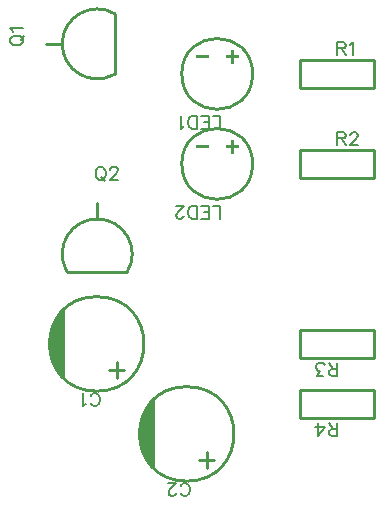
<source format=gto>
G04 Layer: TopSilkscreenLayer*
G04 EasyEDA v6.5.22, 2023-04-11 18:51:13*
G04 Gerber Generator version 0.2*
G04 Scale: 100 percent, Rotated: No, Reflected: No *
G04 Dimensions in millimeters *
G04 leading zeros omitted , absolute positions ,4 integer and 5 decimal *
%FSLAX45Y45*%
%MOMM*%

%ADD10C,0.1524*%
%ADD11C,0.2540*%

%LPD*%
D10*
X1467650Y-5579668D02*
G01*
X1472984Y-5590082D01*
X1483398Y-5600496D01*
X1493558Y-5605576D01*
X1514386Y-5605576D01*
X1524800Y-5600496D01*
X1535214Y-5590082D01*
X1540548Y-5579668D01*
X1545628Y-5563920D01*
X1545628Y-5538012D01*
X1540548Y-5522518D01*
X1535214Y-5512104D01*
X1524800Y-5501690D01*
X1514386Y-5496610D01*
X1493558Y-5496610D01*
X1483398Y-5501690D01*
X1472984Y-5512104D01*
X1467650Y-5522518D01*
X1433360Y-5584748D02*
G01*
X1422946Y-5590082D01*
X1407452Y-5605576D01*
X1407452Y-5496610D01*
X2229647Y-6341666D02*
G01*
X2234981Y-6352080D01*
X2245395Y-6362494D01*
X2255555Y-6367574D01*
X2276383Y-6367574D01*
X2286797Y-6362494D01*
X2297211Y-6352080D01*
X2302545Y-6341666D01*
X2307625Y-6325918D01*
X2307625Y-6300010D01*
X2302545Y-6284516D01*
X2297211Y-6274102D01*
X2286797Y-6263688D01*
X2276383Y-6258608D01*
X2255555Y-6258608D01*
X2245395Y-6263688D01*
X2234981Y-6274102D01*
X2229647Y-6284516D01*
X2190277Y-6341666D02*
G01*
X2190277Y-6346746D01*
X2184943Y-6357160D01*
X2179863Y-6362494D01*
X2169449Y-6367574D01*
X2148621Y-6367574D01*
X2138207Y-6362494D01*
X2133127Y-6357160D01*
X2127793Y-6346746D01*
X2127793Y-6336332D01*
X2133127Y-6325918D01*
X2143541Y-6310424D01*
X2195357Y-6258608D01*
X2122713Y-6258608D01*
X2565394Y-3257011D02*
G01*
X2565394Y-3148045D01*
X2565394Y-3148045D02*
G01*
X2503164Y-3148045D01*
X2468874Y-3257011D02*
G01*
X2468874Y-3148045D01*
X2468874Y-3257011D02*
G01*
X2401310Y-3257011D01*
X2468874Y-3205195D02*
G01*
X2427218Y-3205195D01*
X2468874Y-3148045D02*
G01*
X2401310Y-3148045D01*
X2367020Y-3257011D02*
G01*
X2367020Y-3148045D01*
X2367020Y-3257011D02*
G01*
X2330444Y-3257011D01*
X2314950Y-3251931D01*
X2304536Y-3241517D01*
X2299456Y-3231103D01*
X2294122Y-3215355D01*
X2294122Y-3189447D01*
X2299456Y-3173953D01*
X2304536Y-3163539D01*
X2314950Y-3153125D01*
X2330444Y-3148045D01*
X2367020Y-3148045D01*
X2259832Y-3236183D02*
G01*
X2249418Y-3241517D01*
X2233924Y-3257011D01*
X2233924Y-3148045D01*
X2565394Y-4019008D02*
G01*
X2565394Y-3910042D01*
X2565394Y-3910042D02*
G01*
X2503164Y-3910042D01*
X2468874Y-4019008D02*
G01*
X2468874Y-3910042D01*
X2468874Y-4019008D02*
G01*
X2401310Y-4019008D01*
X2468874Y-3967192D02*
G01*
X2427218Y-3967192D01*
X2468874Y-3910042D02*
G01*
X2401310Y-3910042D01*
X2367020Y-4019008D02*
G01*
X2367020Y-3910042D01*
X2367020Y-4019008D02*
G01*
X2330444Y-4019008D01*
X2314950Y-4013928D01*
X2304536Y-4003514D01*
X2299456Y-3993100D01*
X2294122Y-3977352D01*
X2294122Y-3951444D01*
X2299456Y-3935950D01*
X2304536Y-3925536D01*
X2314950Y-3915122D01*
X2330444Y-3910042D01*
X2367020Y-3910042D01*
X2254752Y-3993100D02*
G01*
X2254752Y-3998180D01*
X2249418Y-4008594D01*
X2244338Y-4013928D01*
X2233924Y-4019008D01*
X2213096Y-4019008D01*
X2202682Y-4013928D01*
X2197602Y-4008594D01*
X2192268Y-3998180D01*
X2192268Y-3987766D01*
X2197602Y-3977352D01*
X2208016Y-3961858D01*
X2259832Y-3910042D01*
X2187188Y-3910042D01*
X786381Y-2521452D02*
G01*
X791461Y-2531866D01*
X801875Y-2542280D01*
X812289Y-2547614D01*
X828037Y-2552694D01*
X853945Y-2552694D01*
X869439Y-2547614D01*
X879853Y-2542280D01*
X890267Y-2531866D01*
X895347Y-2521452D01*
X895347Y-2500624D01*
X890267Y-2490464D01*
X879853Y-2480050D01*
X869439Y-2474716D01*
X853945Y-2469636D01*
X828037Y-2469636D01*
X812289Y-2474716D01*
X801875Y-2480050D01*
X791461Y-2490464D01*
X786381Y-2500624D01*
X786381Y-2521452D01*
X874773Y-2505958D02*
G01*
X905761Y-2474716D01*
X807209Y-2435346D02*
G01*
X801875Y-2424932D01*
X786381Y-2409184D01*
X895347Y-2409184D01*
X1542539Y-3580376D02*
G01*
X1532125Y-3585456D01*
X1521711Y-3595870D01*
X1516377Y-3606284D01*
X1511297Y-3622032D01*
X1511297Y-3647940D01*
X1516377Y-3663434D01*
X1521711Y-3673848D01*
X1532125Y-3684262D01*
X1542539Y-3689342D01*
X1563367Y-3689342D01*
X1573527Y-3684262D01*
X1583941Y-3673848D01*
X1589275Y-3663434D01*
X1594355Y-3647940D01*
X1594355Y-3622032D01*
X1589275Y-3606284D01*
X1583941Y-3595870D01*
X1573527Y-3585456D01*
X1563367Y-3580376D01*
X1542539Y-3580376D01*
X1558033Y-3668768D02*
G01*
X1589275Y-3699756D01*
X1633979Y-3606284D02*
G01*
X1633979Y-3601204D01*
X1639059Y-3590790D01*
X1644393Y-3585456D01*
X1654807Y-3580376D01*
X1675381Y-3580376D01*
X1685795Y-3585456D01*
X1691129Y-3590790D01*
X1696209Y-3601204D01*
X1696209Y-3611618D01*
X1691129Y-3622032D01*
X1680715Y-3637526D01*
X1628645Y-3689342D01*
X1701543Y-3689342D01*
X3555992Y-2526278D02*
G01*
X3555992Y-2635244D01*
X3555992Y-2526278D02*
G01*
X3602728Y-2526278D01*
X3618222Y-2531358D01*
X3623556Y-2536692D01*
X3628636Y-2547106D01*
X3628636Y-2557520D01*
X3623556Y-2567934D01*
X3618222Y-2573014D01*
X3602728Y-2578094D01*
X3555992Y-2578094D01*
X3592314Y-2578094D02*
G01*
X3628636Y-2635244D01*
X3662926Y-2547106D02*
G01*
X3673340Y-2541772D01*
X3689088Y-2526278D01*
X3689088Y-2635244D01*
X3555992Y-3288276D02*
G01*
X3555992Y-3397242D01*
X3555992Y-3288276D02*
G01*
X3602728Y-3288276D01*
X3618222Y-3293356D01*
X3623556Y-3298690D01*
X3628636Y-3309104D01*
X3628636Y-3319518D01*
X3623556Y-3329932D01*
X3618222Y-3335012D01*
X3602728Y-3340092D01*
X3555992Y-3340092D01*
X3592314Y-3340092D02*
G01*
X3628636Y-3397242D01*
X3668260Y-3314184D02*
G01*
X3668260Y-3309104D01*
X3673340Y-3298690D01*
X3678674Y-3293356D01*
X3689088Y-3288276D01*
X3709662Y-3288276D01*
X3720076Y-3293356D01*
X3725410Y-3298690D01*
X3730490Y-3309104D01*
X3730490Y-3319518D01*
X3725410Y-3329932D01*
X3714996Y-3345426D01*
X3662926Y-3397242D01*
X3735824Y-3397242D01*
X3555992Y-5347705D02*
G01*
X3555992Y-5238739D01*
X3555992Y-5347705D02*
G01*
X3509256Y-5347705D01*
X3493762Y-5342625D01*
X3488428Y-5337291D01*
X3483348Y-5326877D01*
X3483348Y-5316463D01*
X3488428Y-5306049D01*
X3493762Y-5300969D01*
X3509256Y-5295889D01*
X3555992Y-5295889D01*
X3519670Y-5295889D02*
G01*
X3483348Y-5238739D01*
X3438644Y-5347705D02*
G01*
X3381494Y-5347705D01*
X3412482Y-5306049D01*
X3396988Y-5306049D01*
X3386574Y-5300969D01*
X3381494Y-5295889D01*
X3376160Y-5280141D01*
X3376160Y-5269727D01*
X3381494Y-5254233D01*
X3391908Y-5243819D01*
X3407402Y-5238739D01*
X3422896Y-5238739D01*
X3438644Y-5243819D01*
X3443724Y-5248899D01*
X3449058Y-5259313D01*
X3555992Y-5855705D02*
G01*
X3555992Y-5746739D01*
X3555992Y-5855705D02*
G01*
X3509256Y-5855705D01*
X3493762Y-5850625D01*
X3488428Y-5845291D01*
X3483348Y-5834877D01*
X3483348Y-5824463D01*
X3488428Y-5814049D01*
X3493762Y-5808969D01*
X3509256Y-5803889D01*
X3555992Y-5803889D01*
X3519670Y-5803889D02*
G01*
X3483348Y-5746739D01*
X3396988Y-5855705D02*
G01*
X3449058Y-5783061D01*
X3371080Y-5783061D01*
X3396988Y-5855705D02*
G01*
X3396988Y-5746739D01*
G36*
X1249019Y-4779975D02*
G01*
X1236268Y-4793945D01*
X1224127Y-4808474D01*
X1212646Y-4823510D01*
X1201826Y-4839055D01*
X1191717Y-4855006D01*
X1182268Y-4871415D01*
X1177798Y-4879746D01*
X1169466Y-4896713D01*
X1161897Y-4914036D01*
X1155039Y-4931714D01*
X1148994Y-4949596D01*
X1143711Y-4967782D01*
X1139240Y-4986172D01*
X1135583Y-5004714D01*
X1132687Y-5023408D01*
X1130655Y-5042204D01*
X1129385Y-5061102D01*
X1128979Y-5080000D01*
X1129385Y-5098897D01*
X1130655Y-5117795D01*
X1132687Y-5136591D01*
X1135583Y-5155285D01*
X1139240Y-5173827D01*
X1143711Y-5192217D01*
X1148994Y-5210352D01*
X1155039Y-5228285D01*
X1161897Y-5245912D01*
X1169466Y-5263235D01*
X1177798Y-5280202D01*
X1186891Y-5296814D01*
X1196695Y-5313019D01*
X1207160Y-5328767D01*
X1218285Y-5344058D01*
X1230122Y-5358841D01*
X1242568Y-5373065D01*
X1249019Y-5379974D01*
G37*
G36*
X2010968Y-5541975D02*
G01*
X1998268Y-5555945D01*
X1986127Y-5570474D01*
X1974646Y-5585510D01*
X1963826Y-5601055D01*
X1953717Y-5617006D01*
X1944268Y-5633415D01*
X1939798Y-5641746D01*
X1931466Y-5658713D01*
X1923897Y-5676036D01*
X1917039Y-5693664D01*
X1910994Y-5711596D01*
X1905711Y-5729782D01*
X1901240Y-5748172D01*
X1897583Y-5766714D01*
X1896008Y-5776010D01*
X1893570Y-5794806D01*
X1891944Y-5813653D01*
X1891385Y-5823051D01*
X1890979Y-5842000D01*
X1891385Y-5860897D01*
X1892655Y-5879795D01*
X1894687Y-5898591D01*
X1897583Y-5917285D01*
X1901240Y-5935827D01*
X1905711Y-5954217D01*
X1910994Y-5972352D01*
X1917039Y-5990285D01*
X1923897Y-6007912D01*
X1931466Y-6025235D01*
X1939798Y-6042202D01*
X1948891Y-6058814D01*
X1958695Y-6075019D01*
X1969160Y-6090767D01*
X1980285Y-6106058D01*
X1992122Y-6120841D01*
X2004568Y-6135065D01*
X2010968Y-6141974D01*
G37*
G36*
X2356967Y-2636316D02*
G01*
X2356967Y-2661716D01*
X2471267Y-2661716D01*
X2471267Y-2636316D01*
G37*
G36*
X2612186Y-2636418D02*
G01*
X2612186Y-2661818D01*
X2726486Y-2661818D01*
X2726486Y-2636418D01*
G37*
G36*
X2656636Y-2591968D02*
G01*
X2656636Y-2706268D01*
X2682036Y-2706268D01*
X2682036Y-2591968D01*
G37*
G36*
X2356967Y-3398316D02*
G01*
X2356967Y-3423716D01*
X2471267Y-3423716D01*
X2471267Y-3398316D01*
G37*
G36*
X2612186Y-3398418D02*
G01*
X2612186Y-3423818D01*
X2726486Y-3423818D01*
X2726486Y-3398418D01*
G37*
G36*
X2656636Y-3353968D02*
G01*
X2656636Y-3468268D01*
X2682036Y-3468268D01*
X2682036Y-3353968D01*
G37*
D11*
X1623997Y-5299989D02*
G01*
X1748457Y-5299989D01*
X1687497Y-5231409D02*
G01*
X1687497Y-5366029D01*
X2385994Y-6061986D02*
G01*
X2510454Y-6061986D01*
X2449494Y-5993406D02*
G01*
X2449494Y-6128026D01*
X1219197Y-2539994D02*
G01*
X1092197Y-2539994D01*
X1676397Y-2793994D02*
G01*
X1676397Y-2285994D01*
X1523997Y-4013192D02*
G01*
X1523997Y-3886192D01*
X1269997Y-4470392D02*
G01*
X1777997Y-4470392D01*
X3241032Y-2913374D02*
G01*
X3241032Y-2674614D01*
X3241032Y-2674614D02*
G01*
X3870952Y-2674614D01*
X3870952Y-2674614D02*
G01*
X3870952Y-2913374D01*
X3870952Y-2913374D02*
G01*
X3241032Y-2913374D01*
X3241032Y-3675372D02*
G01*
X3241032Y-3436612D01*
X3241032Y-3436612D02*
G01*
X3870952Y-3436612D01*
X3870952Y-3436612D02*
G01*
X3870952Y-3675372D01*
X3870952Y-3675372D02*
G01*
X3241032Y-3675372D01*
X3870952Y-4960609D02*
G01*
X3870952Y-5199369D01*
X3870952Y-5199369D02*
G01*
X3241032Y-5199369D01*
X3241032Y-5199369D02*
G01*
X3241032Y-4960609D01*
X3241032Y-4960609D02*
G01*
X3870952Y-4960609D01*
X3870952Y-5468609D02*
G01*
X3870952Y-5707369D01*
X3870952Y-5707369D02*
G01*
X3241032Y-5707369D01*
X3241032Y-5707369D02*
G01*
X3241032Y-5468609D01*
X3241032Y-5468609D02*
G01*
X3870952Y-5468609D01*
G75*
G01*
X1523743Y-5480040D02*
G03*
X1516631Y-5480040I-3556J399984D01*
G75*
G01*
X2285741Y-6242037D02*
G03*
X2278629Y-6242037I-3556J399984D01*
G75*
G01*
X1676397Y-2285995D02*
G03*
X1665839Y-2800038I-152400J-253999D01*
G75*
G01*
X1777997Y-4470392D02*
G03*
X1263955Y-4459834I-253999J152401D01*
G75*
G01
X2839994Y-2793995D02*
G03X2839994Y-2793995I-299999J0D01*
G75*
G01
X2839994Y-3555992D02*
G03X2839994Y-3555992I-299999J0D01*
M02*

</source>
